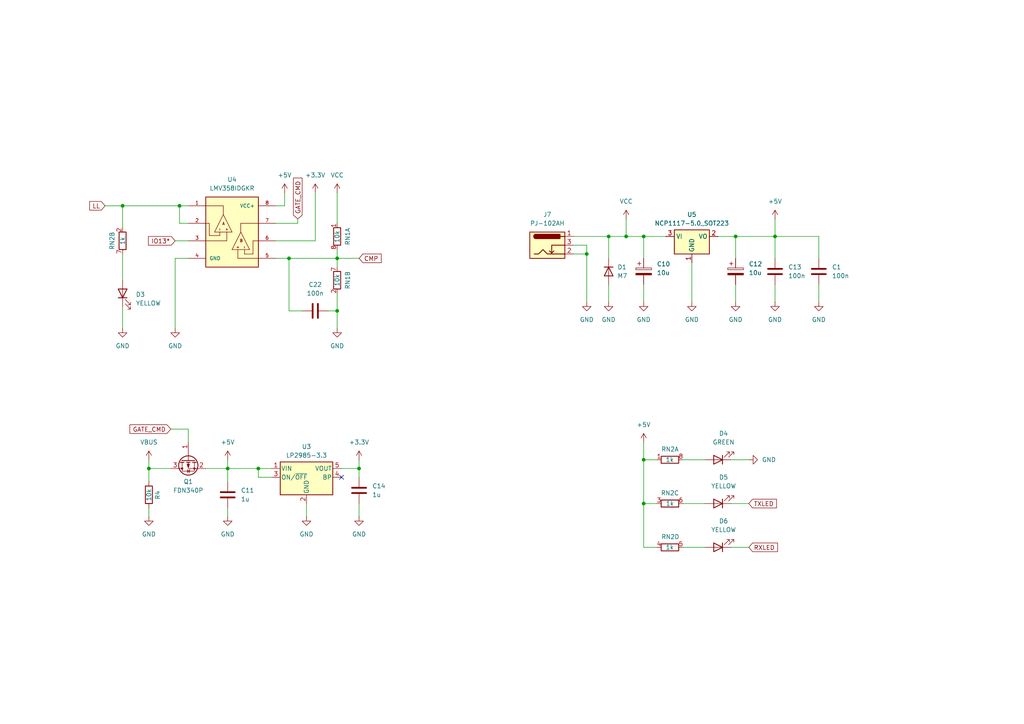
<source format=kicad_sch>
(kicad_sch (version 20231120) (generator "eeschema") (generator_version "8.0")
  (paper "A4")
  (title_block (title "Arduino Leonardo Power") (date "2024-06-07") (rev "1") (company "Carlos Sabogal"))
  (lib_symbols
    (symbol "Arduino Leonardo:LMV358IDGKR" (pin_names (offset 1.016))
      (property "Reference" "U" (at -7.62 10.668 0))
      (property "Value" "LMV358IDGKR" (at -7.62 -12.7 0))
      (symbol "LMV358IDGKR_0_0"
        (rectangle (start -7.62 10.16) (end 7.62 -10.16) (stroke (width 0.254)) (fill (type background)))
        (polyline (pts (xy -6.604 -1.016) (xy -6.604 2.54)) (stroke (width 0.1524)))
        (polyline (pts (xy -6.604 2.54) (xy -7.62 2.54)) (stroke (width 0.1524)))
        (polyline (pts (xy -5.08 0) (xy -2.54 5.08)) (stroke (width 0.1524)))
        (polyline (pts (xy -3.556 -1.016) (xy -6.604 -1.016)) (stroke (width 0.1524)))
        (polyline (pts (xy -3.556 0) (xy -5.08 0)) (stroke (width 0.1524)))
        (polyline (pts (xy -3.556 0) (xy -3.556 -1.016)) (stroke (width 0.1524)))
        (polyline (pts (xy -3.556 1.016) (xy -3.556 0.508)) (stroke (width 0.1524)))
        (polyline (pts (xy -2.54 5.08) (xy -2.54 7.62)) (stroke (width 0.1524)))
        (polyline (pts (xy -2.54 5.08) (xy 0 0)) (stroke (width 0.1524)))
        (polyline (pts (xy -2.54 7.62) (xy -7.62 7.62)) (stroke (width 0.1524)))
        (polyline (pts (xy -1.778 0.762) (xy -1.27 0.762)) (stroke (width 0.1524)))
        (polyline (pts (xy -1.524 -2.54) (xy -7.62 -2.54)) (stroke (width 0.1524)))
        (polyline (pts (xy -1.524 0) (xy -3.556 0)) (stroke (width 0.1524)))
        (polyline (pts (xy -1.524 0) (xy -1.524 -2.54)) (stroke (width 0.1524)))
        (polyline (pts (xy -1.524 0.508) (xy -1.524 1.016)) (stroke (width 0.1524)))
        (polyline (pts (xy 0 -5.08) (xy 2.54 0)) (stroke (width 0.1524)))
        (polyline (pts (xy 0 0) (xy -1.524 0)) (stroke (width 0.1524)))
        (polyline (pts (xy 1.4224 -4.4196) (xy 1.9304 -4.4196)) (stroke (width 0.1524)))
        (polyline (pts (xy 1.6764 -7.62) (xy 7.62 -7.62)) (stroke (width 0.1524)))
        (polyline (pts (xy 1.6764 -5.1308) (xy 1.6764 -7.62)) (stroke (width 0.1524)))
        (polyline (pts (xy 1.6764 -4.1656) (xy 1.6764 -4.6736)) (stroke (width 0.1524)))
        (polyline (pts (xy 2.5146 -0.1016) (xy 2.5146 2.54)) (stroke (width 0.1524)))
        (polyline (pts (xy 2.5146 2.54) (xy 7.62 2.54)) (stroke (width 0.1524)))
        (polyline (pts (xy 2.54 0) (xy 5.08 -5.08)) (stroke (width 0.1524)))
        (polyline (pts (xy 3.556 -4.191) (xy 3.556 -4.699)) (stroke (width 0.1524)))
        (polyline (pts (xy 3.6068 -6.3754) (xy 6.0706 -6.3754)) (stroke (width 0.1524)))
        (polyline (pts (xy 3.6068 -5.1054) (xy 3.6068 -6.3754)) (stroke (width 0.1524)))
        (polyline (pts (xy 5.08 -5.08) (xy 0 -5.08)) (stroke (width 0.1524)))
        (polyline (pts (xy 6.0706 -6.3754) (xy 6.0706 -2.54)) (stroke (width 0.1524)))
        (polyline (pts (xy 6.0706 -2.54) (xy 7.62 -2.54)) (stroke (width 0.1524)))
        (text "A" (at -2.921 1.9558 0) (effects (font (size 0.8128 0.8128)) (justify left bottom)))
        (text "B" (at 2.159 -2.9718 0) (effects (font (size 0.8128 0.8128)) (justify left bottom)))
        (pin output line (at -12.7 7.62 0) (length 5.08) (name "~") (number "1"))
        (pin input line (at -12.7 2.54 0) (length 5.08) (name "~") (number "2"))
        (pin input line (at -12.7 -2.54 0) (length 5.08) (name "~") (number "3"))
        (pin power_in line (at -12.7 -7.62 0) (length 5.08) (name "GND") (number "4"))
        (pin input line (at 12.7 -7.62 180) (length 5.08) (name "~") (number "5"))
        (pin input line (at 12.7 -2.54 180) (length 5.08) (name "~") (number "6"))
        (pin output line (at 12.7 2.54 180) (length 5.08) (name "~") (number "7"))
        (pin power_in line (at 12.7 7.62 180) (length 5.08) (name "VCC+") (number "8"))
      )
    )
    (symbol "Connector:Barrel_Jack_Switch" (pin_names hide)
      (property "Reference" "J" (at 0 5.334 0))
      (property "Value" "Barrel_Jack_Switch" (at 0 -5.08 0))
      (symbol "Barrel_Jack_Switch_0_1"
        (rectangle (start -5.08 3.81) (end 5.08 -3.81) (stroke (width 0.254)) (fill (type background)))
        (arc (start -3.302 3.175) (mid -3.9343 2.54) (end -3.302 1.905) (stroke (width 0.254)))
        (arc (start -3.302 3.175) (mid -3.9343 2.54) (end -3.302 1.905) (stroke (width 0.254)) (fill (type outline)))
        (polyline (pts (xy 1.27 -2.286) (xy 1.905 -1.651)) (stroke (width 0.254)))
        (polyline (pts (xy 5.08 2.54) (xy 3.81 2.54)) (stroke (width 0.254)))
        (polyline (pts (xy 5.08 0) (xy 1.27 0) (xy 1.27 -2.286) (xy 0.635 -1.651)) (stroke (width 0.254)))
        (polyline (pts (xy -3.81 -2.54) (xy -2.54 -2.54) (xy -1.27 -1.27) (xy 0 -2.54) (xy 2.54 -2.54) (xy 5.08 -2.54)) (stroke (width 0.254)))
        (rectangle (start 3.683 3.175) (end -3.302 1.905) (stroke (width 0.254)) (fill (type outline)))
      )
      (symbol "Barrel_Jack_Switch_1_1"
        (pin passive line (at 7.62 2.54 180) (length 2.54) (name "~") (number "1"))
        (pin passive line (at 7.62 -2.54 180) (length 2.54) (name "~") (number "2"))
        (pin passive line (at 7.62 0 180) (length 2.54) (name "~") (number "3"))
      )
    )
    (symbol "Device:C" (pin_numbers hide) (pin_names (offset 0.254))
      (property "Reference" "C" (at 0.635 2.54 0))
      (property "Value" "C" (at 0.635 -2.54 0))
      (symbol "C_0_1"
        (polyline (pts (xy -2.032 -0.762) (xy 2.032 -0.762)) (stroke (width 0.508)))
        (polyline (pts (xy -2.032 0.762) (xy 2.032 0.762)) (stroke (width 0.508)))
      )
      (symbol "C_1_1"
        (pin passive line (at 0 3.81 270) (length 2.794) (name "~") (number "1"))
        (pin passive line (at 0 -3.81 90) (length 2.794) (name "~") (number "2"))
      )
    )
    (symbol "Device:C_Polarized" (pin_numbers hide) (pin_names (offset 0.254))
      (property "Reference" "C" (at 0.635 2.54 0))
      (property "Value" "C_Polarized" (at 0.635 -2.54 0))
      (symbol "C_Polarized_0_1"
        (rectangle (start -2.286 0.508) (end 2.286 1.016))
        (polyline (pts (xy -1.778 2.286) (xy -0.762 2.286)))
        (polyline (pts (xy -1.27 2.794) (xy -1.27 1.778)))
        (rectangle (start 2.286 -0.508) (end -2.286 -1.016) (fill (type outline)))
      )
      (symbol "C_Polarized_1_1"
        (pin passive line (at 0 3.81 270) (length 2.794) (name "~") (number "1"))
        (pin passive line (at 0 -3.81 90) (length 2.794) (name "~") (number "2"))
      )
    )
    (symbol "Device:D" (pin_numbers hide) (pin_names (offset 1.016) hide)
      (property "Reference" "D" (at 0 2.54 0))
      (property "Value" "D" (at 0 -2.54 0))
      (symbol "D_0_1"
        (polyline (pts (xy -1.27 1.27) (xy -1.27 -1.27)) (stroke (width 0.254)))
        (polyline (pts (xy 1.27 0) (xy -1.27 0)))
        (polyline (pts (xy 1.27 1.27) (xy 1.27 -1.27) (xy -1.27 0) (xy 1.27 1.27)) (stroke (width 0.254)))
      )
      (symbol "D_1_1"
        (pin passive line (at -3.81 0 0) (length 2.54) (name "K") (number "1"))
        (pin passive line (at 3.81 0 180) (length 2.54) (name "A") (number "2"))
      )
    )
    (symbol "Device:LED" (pin_numbers hide) (pin_names (offset 1.016) hide)
      (property "Reference" "D" (at 0 2.54 0))
      (property "Value" "LED" (at 0 -2.54 0))
      (symbol "LED_0_1"
        (polyline (pts (xy -1.27 -1.27) (xy -1.27 1.27)) (stroke (width 0.254)))
        (polyline (pts (xy -1.27 0) (xy 1.27 0)))
        (polyline (pts (xy 1.27 -1.27) (xy 1.27 1.27) (xy -1.27 0) (xy 1.27 -1.27)) (stroke (width 0.254)))
        (polyline (pts (xy -3.048 -0.762) (xy -4.572 -2.286) (xy -3.81 -2.286) (xy -4.572 -2.286) (xy -4.572 -1.524)))
        (polyline (pts (xy -1.778 -0.762) (xy -3.302 -2.286) (xy -2.54 -2.286) (xy -3.302 -2.286) (xy -3.302 -1.524)))
      )
      (symbol "LED_1_1"
        (pin passive line (at -3.81 0 0) (length 2.54) (name "K") (number "1"))
        (pin passive line (at 3.81 0 180) (length 2.54) (name "A") (number "2"))
      )
    )
    (symbol "Device:Q_PMOS_GSD" (pin_names (offset 0) hide)
      (property "Reference" "Q" (at 5.08 1.27 0))
      (property "Value" "Q_PMOS_GSD" (at 5.08 -1.27 0))
      (symbol "Q_PMOS_GSD_0_1"
        (polyline (pts (xy 0.254 0) (xy -2.54 0)))
        (polyline (pts (xy 0.254 1.905) (xy 0.254 -1.905)) (stroke (width 0.254)))
        (polyline (pts (xy 0.762 -1.27) (xy 0.762 -2.286)) (stroke (width 0.254)))
        (polyline (pts (xy 0.762 0.508) (xy 0.762 -0.508)) (stroke (width 0.254)))
        (polyline (pts (xy 0.762 2.286) (xy 0.762 1.27)) (stroke (width 0.254)))
        (polyline (pts (xy 2.54 2.54) (xy 2.54 1.778)))
        (polyline (pts (xy 2.54 -2.54) (xy 2.54 0) (xy 0.762 0)))
        (polyline (pts (xy 0.762 1.778) (xy 3.302 1.778) (xy 3.302 -1.778) (xy 0.762 -1.778)))
        (polyline (pts (xy 2.286 0) (xy 1.27 0.381) (xy 1.27 -0.381) (xy 2.286 0)) (fill (type outline)))
        (polyline (pts (xy 2.794 -0.508) (xy 2.921 -0.381) (xy 3.683 -0.381) (xy 3.81 -0.254)))
        (polyline (pts (xy 3.302 -0.381) (xy 2.921 0.254) (xy 3.683 0.254) (xy 3.302 -0.381)))
        (circle (center 1.651 0) (radius 2.794) (stroke (width 0.254)))
        (circle (center 2.54 -1.778) (radius 0.254) (fill (type outline)))
        (circle (center 2.54 1.778) (radius 0.254) (fill (type outline)))
      )
      (symbol "Q_PMOS_GSD_1_1"
        (pin input line (at -5.08 0 0) (length 2.54) (name "G") (number "1"))
        (pin passive line (at 2.54 -5.08 90) (length 2.54) (name "S") (number "2"))
        (pin passive line (at 2.54 5.08 270) (length 2.54) (name "D") (number "3"))
      )
    )
    (symbol "Device:R" (pin_numbers hide) (pin_names (offset 0))
      (property "Reference" "R" (at 2.032 0 90))
      (property "Value" "R" (at 0 0 90))
      (symbol "R_0_1"
        (rectangle (start -1.016 -2.54) (end 1.016 2.54) (stroke (width 0.254)))
      )
      (symbol "R_1_1"
        (pin passive line (at 0 3.81 270) (length 1.27) (name "~") (number "1"))
        (pin passive line (at 0 -3.81 90) (length 1.27) (name "~") (number "2"))
      )
    )
    (symbol "Device:R_Pack04_Split" (pin_names (offset 0) hide)
      (property "Reference" "RN" (at 2.032 0 90))
      (property "Value" "R_Pack04_Split" (at 0 0 90))
      (symbol "R_Pack04_Split_0_1"
        (rectangle (start 1.016 2.54) (end -1.016 -2.54) (stroke (width 0.254)))
      )
      (symbol "R_Pack04_Split_1_1"
        (pin passive line (at 0 -3.81 90) (length 1.27) (name "R1.1") (number "1"))
        (pin passive line (at 0 3.81 270) (length 1.27) (name "R1.2") (number "8"))
      )
      (symbol "R_Pack04_Split_2_1"
        (pin passive line (at 0 -3.81 90) (length 1.27) (name "R2.1") (number "2"))
        (pin passive line (at 0 3.81 270) (length 1.27) (name "R2.2") (number "7"))
      )
      (symbol "R_Pack04_Split_3_1"
        (pin passive line (at 0 -3.81 90) (length 1.27) (name "R3.1") (number "3"))
        (pin passive line (at 0 3.81 270) (length 1.27) (name "R3.2") (number "6"))
      )
      (symbol "R_Pack04_Split_4_1"
        (pin passive line (at 0 -3.81 90) (length 1.27) (name "R4.1") (number "4"))
        (pin passive line (at 0 3.81 270) (length 1.27) (name "R4.2") (number "5"))
      )
    )
    (symbol "Regulator_Linear:LP2985-3.3" (pin_names (offset 0.254))
      (property "Reference" "U" (at -6.35 5.715 0))
      (property "Value" "LP2985-3.3" (at 0 5.715 0))
      (symbol "LP2985-3.3_0_1"
        (rectangle (start -7.62 -5.08) (end 7.62 4.445) (stroke (width 0.254)) (fill (type background)))
      )
      (symbol "LP2985-3.3_1_1"
        (pin power_in line (at -10.16 2.54 0) (length 2.54) (name "VIN") (number "1"))
        (pin power_in line (at 0 -7.62 90) (length 2.54) (name "GND") (number "2"))
        (pin input line (at -10.16 0 0) (length 2.54) (name "ON/~{OFF}") (number "3"))
        (pin input line (at 10.16 0 180) (length 2.54) (name "BP") (number "4"))
        (pin power_out line (at 10.16 2.54 180) (length 2.54) (name "VOUT") (number "5"))
      )
    )
    (symbol "Regulator_Linear:NCP1117-5.0_SOT223"
      (property "Reference" "U" (at -3.81 3.175 0))
      (property "Value" "NCP1117-5.0_SOT223" (at 0 3.175 0))
      (symbol "NCP1117-5.0_SOT223_0_1"
        (rectangle (start -5.08 -5.08) (end 5.08 1.905) (stroke (width 0.254)) (fill (type background)))
      )
      (symbol "NCP1117-5.0_SOT223_1_1"
        (pin power_in line (at 0 -7.62 90) (length 2.54) (name "GND") (number "1"))
        (pin power_out line (at 7.62 0 180) (length 2.54) (name "VO") (number "2"))
        (pin power_in line (at -7.62 0 0) (length 2.54) (name "VI") (number "3"))
      )
    )
    (symbol "power:+3.3V" (power) (pin_numbers hide) (pin_names (offset 0) hide)
      (property "Value" "+3.3V" (at 0 3.556 0))
      (symbol "+3.3V_0_1"
        (polyline (pts (xy -0.762 1.27) (xy 0 2.54)))
        (polyline (pts (xy 0 0) (xy 0 2.54)))
        (polyline (pts (xy 0 2.54) (xy 0.762 1.27)))
      )
      (symbol "+3.3V_1_1"
        (pin power_in line (at 0 0 90) (length 0) (name "~") (number "1"))
      )
    )
    (symbol "power:+5V" (power) (pin_numbers hide) (pin_names (offset 0) hide)
      (property "Value" "+5V" (at 0 3.556 0))
      (symbol "+5V_0_1"
        (polyline (pts (xy -0.762 1.27) (xy 0 2.54)))
        (polyline (pts (xy 0 0) (xy 0 2.54)))
        (polyline (pts (xy 0 2.54) (xy 0.762 1.27)))
      )
      (symbol "+5V_1_1"
        (pin power_in line (at 0 0 90) (length 0) (name "~") (number "1"))
      )
    )
    (symbol "power:GND" (power) (pin_numbers hide) (pin_names (offset 0) hide)
      (property "Value" "GND" (at 0 -3.81 0))
      (symbol "GND_0_1"
        (polyline (pts (xy 0 0) (xy 0 -1.27) (xy 1.27 -1.27) (xy 0 -2.54) (xy -1.27 -1.27) (xy 0 -1.27)))
      )
      (symbol "GND_1_1"
        (pin power_in line (at 0 0 270) (length 0) (name "~") (number "1"))
      )
    )
    (symbol "power:VBUS" (power) (pin_numbers hide) (pin_names (offset 0) hide)
      (property "Value" "VBUS" (at 0 3.556 0))
      (symbol "VBUS_0_1"
        (polyline (pts (xy -0.762 1.27) (xy 0 2.54)))
        (polyline (pts (xy 0 0) (xy 0 2.54)))
        (polyline (pts (xy 0 2.54) (xy 0.762 1.27)))
      )
      (symbol "VBUS_1_1"
        (pin power_in line (at 0 0 90) (length 0) (name "~") (number "1"))
      )
    )
    (symbol "power:VCC" (power) (pin_numbers hide) (pin_names (offset 0) hide)
      (property "Value" "VCC" (at 0 3.556 0))
      (symbol "VCC_0_1"
        (polyline (pts (xy -0.762 1.27) (xy 0 2.54)))
        (polyline (pts (xy 0 0) (xy 0 2.54)))
        (polyline (pts (xy 0 2.54) (xy 0.762 1.27)))
      )
      (symbol "VCC_1_1"
        (pin power_in line (at 0 0 90) (length 0) (name "~") (number "1"))
      )
    )
  )
  (junction (at 35.56 59.69))
  (junction (at 224.79 68.58))
  (junction (at 170.18 73.66))
  (junction (at 97.79 74.93))
  (junction (at 186.69 68.58))
  (junction (at 83.82 74.93))
  (junction (at 104.14 135.89))
  (junction (at 66.04 135.89))
  (junction (at 97.79 90.17))
  (junction (at 186.69 133.35))
  (junction (at 43.18 135.89))
  (junction (at 213.36 68.58))
  (junction (at 74.93 135.89))
  (junction (at 176.53 68.58))
  (junction (at 186.69 146.05))
  (junction (at 181.61 68.58))
  (junction (at 52.07 59.69))
  (no_connect (at 99.06 138.43))
  (wire (pts (xy 208.28 68.58) (xy 213.36 68.58)))
  (wire (pts (xy 30.48 59.69) (xy 35.56 59.69)))
  (wire (pts (xy 86.36 64.77) (xy 86.36 63.5)))
  (wire (pts (xy 54.61 124.46) (xy 54.61 128.27)))
  (wire (pts (xy 88.9 146.05) (xy 88.9 149.86)))
  (wire (pts (xy 104.14 138.43) (xy 104.14 135.89)))
  (wire (pts (xy 224.79 74.93) (xy 224.79 68.58)))
  (wire (pts (xy 49.53 124.46) (xy 54.61 124.46)))
  (wire (pts (xy 181.61 68.58) (xy 186.69 68.58)))
  (wire (pts (xy 213.36 82.55) (xy 213.36 87.63)))
  (wire (pts (xy 43.18 133.35) (xy 43.18 135.89)))
  (wire (pts (xy 224.79 68.58) (xy 237.49 68.58)))
  (wire (pts (xy 74.93 138.43) (xy 74.93 135.89)))
  (wire (pts (xy 104.14 133.35) (xy 104.14 135.89)))
  (wire (pts (xy 186.69 133.35) (xy 186.69 146.05)))
  (wire (pts (xy 104.14 146.05) (xy 104.14 149.86)))
  (wire (pts (xy 176.53 68.58) (xy 181.61 68.58)))
  (wire (pts (xy 35.56 95.25) (xy 35.56 88.9)))
  (wire (pts (xy 186.69 68.58) (xy 186.69 74.93)))
  (wire (pts (xy 52.07 59.69) (xy 54.61 59.69)))
  (wire (pts (xy 217.17 158.75) (xy 212.09 158.75)))
  (wire (pts (xy 224.79 68.58) (xy 224.79 63.5)))
  (wire (pts (xy 186.69 133.35) (xy 190.5 133.35)))
  (wire (pts (xy 217.17 146.05) (xy 212.09 146.05)))
  (wire (pts (xy 176.53 74.93) (xy 176.53 68.58)))
  (wire (pts (xy 186.69 146.05) (xy 186.69 158.75)))
  (wire (pts (xy 35.56 59.69) (xy 52.07 59.69)))
  (wire (pts (xy 198.12 133.35) (xy 204.47 133.35)))
  (wire (pts (xy 66.04 139.7) (xy 66.04 135.89)))
  (wire (pts (xy 35.56 73.66) (xy 35.56 81.28)))
  (wire (pts (xy 166.37 71.12) (xy 170.18 71.12)))
  (wire (pts (xy 91.44 55.88) (xy 91.44 69.85)))
  (wire (pts (xy 97.79 74.93) (xy 97.79 72.39)))
  (wire (pts (xy 186.69 82.55) (xy 186.69 87.63)))
  (wire (pts (xy 224.79 82.55) (xy 224.79 87.63)))
  (wire (pts (xy 213.36 68.58) (xy 213.36 74.93)))
  (wire (pts (xy 50.8 74.93) (xy 54.61 74.93)))
  (wire (pts (xy 200.66 76.2) (xy 200.66 87.63)))
  (wire (pts (xy 43.18 135.89) (xy 49.53 135.89)))
  (wire (pts (xy 176.53 82.55) (xy 176.53 87.63)))
  (wire (pts (xy 170.18 71.12) (xy 170.18 73.66)))
  (wire (pts (xy 52.07 59.69) (xy 52.07 64.77)))
  (wire (pts (xy 95.25 90.17) (xy 97.79 90.17)))
  (wire (pts (xy 198.12 146.05) (xy 204.47 146.05)))
  (wire (pts (xy 43.18 147.32) (xy 43.18 149.86)))
  (wire (pts (xy 190.5 158.75) (xy 186.69 158.75)))
  (wire (pts (xy 66.04 147.32) (xy 66.04 149.86)))
  (wire (pts (xy 50.8 69.85) (xy 54.61 69.85)))
  (wire (pts (xy 186.69 128.27) (xy 186.69 133.35)))
  (wire (pts (xy 91.44 69.85) (xy 80.01 69.85)))
  (wire (pts (xy 190.5 146.05) (xy 186.69 146.05)))
  (wire (pts (xy 83.82 74.93) (xy 97.79 74.93)))
  (wire (pts (xy 82.55 55.88) (xy 82.55 59.69)))
  (wire (pts (xy 104.14 135.89) (xy 99.06 135.89)))
  (wire (pts (xy 35.56 66.04) (xy 35.56 59.69)))
  (wire (pts (xy 181.61 63.5) (xy 181.61 68.58)))
  (wire (pts (xy 237.49 82.55) (xy 237.49 87.63)))
  (wire (pts (xy 104.14 74.93) (xy 97.79 74.93)))
  (wire (pts (xy 43.18 135.89) (xy 43.18 139.7)))
  (wire (pts (xy 166.37 73.66) (xy 170.18 73.66)))
  (wire (pts (xy 74.93 135.89) (xy 78.74 135.89)))
  (wire (pts (xy 78.74 138.43) (xy 74.93 138.43)))
  (wire (pts (xy 83.82 90.17) (xy 83.82 74.93)))
  (wire (pts (xy 198.12 158.75) (xy 204.47 158.75)))
  (wire (pts (xy 166.37 68.58) (xy 176.53 68.58)))
  (wire (pts (xy 66.04 133.35) (xy 66.04 135.89)))
  (wire (pts (xy 170.18 73.66) (xy 170.18 87.63)))
  (wire (pts (xy 97.79 55.88) (xy 97.79 64.77)))
  (wire (pts (xy 97.79 90.17) (xy 97.79 85.09)))
  (wire (pts (xy 59.69 135.89) (xy 66.04 135.89)))
  (wire (pts (xy 52.07 64.77) (xy 54.61 64.77)))
  (wire (pts (xy 82.55 59.69) (xy 80.01 59.69)))
  (wire (pts (xy 97.79 95.25) (xy 97.79 90.17)))
  (wire (pts (xy 66.04 135.89) (xy 74.93 135.89)))
  (wire (pts (xy 237.49 74.93) (xy 237.49 68.58)))
  (wire (pts (xy 87.63 90.17) (xy 83.82 90.17)))
  (wire (pts (xy 50.8 95.25) (xy 50.8 74.93)))
  (wire (pts (xy 186.69 68.58) (xy 193.04 68.58)))
  (wire (pts (xy 80.01 64.77) (xy 86.36 64.77)))
  (wire (pts (xy 213.36 68.58) (xy 224.79 68.58)))
  (wire (pts (xy 217.17 133.35) (xy 212.09 133.35)))
  (wire (pts (xy 80.01 74.93) (xy 83.82 74.93)))
  (wire (pts (xy 97.79 77.47) (xy 97.79 74.93)))
  (global_label "TXLED" (shape input) (at 217.17 146.05 0) (property "Intersheetrefs" "${INTERSHEET_REFS}" (effects (hide yes))))
  (global_label "RXLED" (shape input) (at 217.17 158.75 0) (property "Intersheetrefs" "${INTERSHEET_REFS}" (effects (hide yes))))
  (global_label "GATE_CMD" (shape input) (at 49.53 124.46 180) (property "Intersheetrefs" "${INTERSHEET_REFS}" (effects (hide yes))))
  (global_label "IO13*" (shape input) (at 50.8 69.85 180) (property "Intersheetrefs" "${INTERSHEET_REFS}" (effects (hide yes))))
  (global_label "GATE_CMD" (shape input) (at 86.36 63.5 90) (property "Intersheetrefs" "${INTERSHEET_REFS}" (effects (hide yes))))
  (global_label "LL" (shape input) (at 30.48 59.69 180) (property "Intersheetrefs" "${INTERSHEET_REFS}" (effects (hide yes))))
  (global_label "CMP" (shape input) (at 104.14 74.93 0) (property "Intersheetrefs" "${INTERSHEET_REFS}" (effects (hide yes))))
  (symbol (lib_id "Device:LED") (at 208.28 146.05 180) (unit 1)
    (property "Reference" "D5" (at 209.8675 138.43 0))
    (property "Value" "YELLOW" (at 209.8675 140.97 0))
    (property "Footprint" "LED_SMD:LED_0805_2012Metric" (effects (hide yes)))
    (property "Description" "Light emitting diode" (effects (hide yes)))
  )
  (symbol (lib_id "Device:Q_PMOS_GSD") (at 54.61 133.35 90) (mirror x) (unit 1)
    (property "Reference" "Q1" (at 54.61 139.7 90))
    (property "Value" "FDN340P" (at 54.61 142.24 90))
    (property "Footprint" "Package_TO_SOT_SMD:SC-59" (effects (hide yes)))
    (property "Description" "P-MOSFET transistor, gate/source/drain" (effects (hide yes)))
  )
  (symbol (lib_id "power:VCC") (at 97.79 55.88 0) (mirror y) (unit 1)
    (property "Reference" "#PWR016" (effects (hide yes)))
    (property "Value" "VCC" (at 97.79 50.8 0))
    (property "Description" "Power symbol creates a global label with name \"VCC\"" (effects (hide yes)))
  )
  (symbol (lib_id "power:GND") (at 217.17 133.35 90) (unit 1)
    (property "Reference" "#PWR045" (effects (hide yes)))
    (property "Value" "GND" (at 220.98 133.3499 90) (effects (justify right)))
    (property "Description" "Power symbol creates a global label with name \"GND\" , ground" (effects (hide yes)))
  )
  (symbol (lib_id "power:GND") (at 200.66 87.63 0) (unit 1)
    (property "Reference" "#PWR038" (effects (hide yes)))
    (property "Value" "GND" (at 200.66 92.71 0))
    (property "Description" "Power symbol creates a global label with name \"GND\" , ground" (effects (hide yes)))
  )
  (symbol (lib_id "Device:R_Pack04_Split") (at 35.56 69.85 180) (unit 2)
    (property "Reference" "RN2" (at 32.512 69.85 90))
    (property "Value" "1k" (at 35.56 69.85 90))
    (property "Footprint" "Resistor_SMD:R_Array_Convex_4x0612" (effects (hide yes)))
    (property "Description" "4 resistor network, parallel topology, split" (effects (hide yes)))
  )
  (symbol (lib_id "Device:LED") (at 35.56 85.09 90) (unit 1)
    (property "Reference" "D3" (at 39.37 85.4074 90) (effects (justify right)))
    (property "Value" "YELLOW" (at 39.37 87.9474 90) (effects (justify right)))
    (property "Footprint" "LED_SMD:LED_0805_2012Metric" (effects (hide yes)))
    (property "Description" "Light emitting diode" (effects (hide yes)))
  )
  (symbol (lib_id "power:VCC") (at 181.61 63.5 0) (unit 1)
    (property "Reference" "#PWR035" (effects (hide yes)))
    (property "Value" "VCC" (at 181.61 58.42 0))
    (property "Description" "Power symbol creates a global label with name \"VCC\"" (effects (hide yes)))
  )
  (symbol (lib_id "Device:R") (at 43.18 143.51 180) (unit 1)
    (property "Reference" "R4" (at 45.72 142.24 90) (effects (justify left)))
    (property "Value" "10k" (at 43.18 141.732 90) (effects (justify left)))
    (property "Footprint" "Resistor_SMD:R_0603_1608Metric" (effects (hide yes)))
    (property "Description" "Resistor" (effects (hide yes)))
  )
  (symbol (lib_id "power:GND") (at 104.14 149.86 0) (unit 1)
    (property "Reference" "#PWR033" (effects (hide yes)))
    (property "Value" "GND" (at 104.14 154.94 0))
    (property "Description" "Power symbol creates a global label with name \"GND\" , ground" (effects (hide yes)))
  )
  (symbol (lib_id "power:GND") (at 50.8 95.25 0) (unit 1)
    (property "Reference" "#PWR019" (effects (hide yes)))
    (property "Value" "GND" (at 50.8 100.33 0))
    (property "Description" "Power symbol creates a global label with name \"GND\" , ground" (effects (hide yes)))
  )
  (symbol (lib_id "power:+5V") (at 82.55 55.88 0) (unit 1)
    (property "Reference" "#PWR014" (effects (hide yes)))
    (property "Value" "+5V" (at 82.55 50.8 0))
    (property "Description" "Power symbol creates a global label with name \"+5V\"" (effects (hide yes)))
  )
  (symbol (lib_id "power:GND") (at 213.36 87.63 0) (unit 1)
    (property "Reference" "#PWR039" (effects (hide yes)))
    (property "Value" "GND" (at 213.36 92.71 0))
    (property "Description" "Power symbol creates a global label with name \"GND\" , ground" (effects (hide yes)))
  )
  (symbol (lib_id "power:GND") (at 43.18 149.86 0) (unit 1)
    (property "Reference" "#PWR034" (effects (hide yes)))
    (property "Value" "GND" (at 43.18 154.94 0))
    (property "Description" "Power symbol creates a global label with name \"GND\" , ground" (effects (hide yes)))
  )
  (symbol (lib_id "Device:R_Pack04_Split") (at 97.79 81.28 0) (unit 2)
    (property "Reference" "RN1" (at 100.838 81.28 90))
    (property "Value" "10k" (at 97.79 81.28 90))
    (property "Footprint" "Resistor_SMD:R_Array_Convex_4x0612" (effects (hide yes)))
    (property "Description" "4 resistor network, parallel topology, split" (effects (hide yes)))
  )
  (symbol (lib_id "power:GND") (at 224.79 87.63 0) (unit 1)
    (property "Reference" "#PWR040" (effects (hide yes)))
    (property "Value" "GND" (at 224.79 92.71 0))
    (property "Description" "Power symbol creates a global label with name \"GND\" , ground" (effects (hide yes)))
  )
  (symbol (lib_id "Device:R_Pack04_Split") (at 194.31 133.35 270) (unit 1)
    (property "Reference" "RN2" (at 191.77 130.302 90) (effects (justify left)))
    (property "Value" "1k" (at 193.04 133.35 90) (effects (justify left)))
    (property "Footprint" "Resistor_SMD:R_Array_Convex_4x0612" (effects (hide yes)))
    (property "Description" "4 resistor network, parallel topology, split" (effects (hide yes)))
  )
  (symbol (lib_id "Device:C") (at 104.14 142.24 180) (unit 1)
    (property "Reference" "C14" (at 107.95 140.9699 0) (effects (justify right)))
    (property "Value" "1u" (at 107.95 143.5099 0) (effects (justify right)))
    (property "Footprint" "Capacitor_SMD:C_0603_1608Metric" (effects (hide yes)))
    (property "Description" "Unpolarized capacitor" (effects (hide yes)))
  )
  (symbol (lib_id "power:+3.3V") (at 91.44 55.88 0) (unit 1)
    (property "Reference" "#PWR015" (effects (hide yes)))
    (property "Value" "+3.3V" (at 91.44 50.8 0))
    (property "Description" "Power symbol creates a global label with name \"+3.3V\"" (effects (hide yes)))
  )
  (symbol (lib_id "Device:C") (at 91.44 90.17 270) (unit 1)
    (property "Reference" "C22" (at 91.44 82.55 90))
    (property "Value" "100n" (at 91.44 85.09 90))
    (property "Footprint" "Capacitor_SMD:C_0603_1608Metric" (effects (hide yes)))
    (property "Description" "Unpolarized capacitor" (effects (hide yes)))
  )
  (symbol (lib_id "Device:C") (at 66.04 143.51 180) (unit 1)
    (property "Reference" "C11" (at 69.85 142.2399 0) (effects (justify right)))
    (property "Value" "1u" (at 69.85 144.7799 0) (effects (justify right)))
    (property "Footprint" "Capacitor_SMD:C_0603_1608Metric" (effects (hide yes)))
    (property "Description" "Unpolarized capacitor" (effects (hide yes)))
  )
  (symbol (lib_id "power:GND") (at 88.9 149.86 0) (unit 1)
    (property "Reference" "#PWR031" (effects (hide yes)))
    (property "Value" "GND" (at 88.9 154.94 0))
    (property "Description" "Power symbol creates a global label with name \"GND\" , ground" (effects (hide yes)))
  )
  (symbol (lib_id "power:GND") (at 35.56 95.25 0) (unit 1)
    (property "Reference" "#PWR018" (effects (hide yes)))
    (property "Value" "GND" (at 35.56 100.33 0))
    (property "Description" "Power symbol creates a global label with name \"GND\" , ground" (effects (hide yes)))
  )
  (symbol (lib_id "Device:C_Polarized") (at 186.69 78.74 0) (unit 1)
    (property "Reference" "C10" (at 190.5 76.5809 0) (effects (justify left)))
    (property "Value" "10u" (at 190.5 79.1209 0) (effects (justify left)))
    (property "Footprint" "Capacitor_SMD:C_1210_3225Metric_Pad1.33x2.70mm_HandSolder" (effects (hide yes)))
    (property "Description" "Polarized capacitor" (effects (hide yes)))
  )
  (symbol (lib_id "Device:C_Polarized") (at 213.36 78.74 0) (unit 1)
    (property "Reference" "C12" (at 217.17 76.5809 0) (effects (justify left)))
    (property "Value" "10u" (at 217.17 79.1209 0) (effects (justify left)))
    (property "Footprint" "Capacitor_SMD:C_1210_3225Metric_Pad1.33x2.70mm_HandSolder" (effects (hide yes)))
    (property "Description" "Polarized capacitor" (effects (hide yes)))
  )
  (symbol (lib_id "Connector:Barrel_Jack_Switch") (at 158.75 71.12 0) (unit 1)
    (property "Reference" "J7" (at 158.75 62.23 0))
    (property "Value" "PJ-102AH" (at 158.75 64.77 0))
    (property "Footprint" "Connector_BarrelJack:BarrelJack_Kycon_KLDX-0202-xC_Horizontal" (effects (hide yes)))
    (property "Description" "DC Barrel Jack with an internal switch" (effects (hide yes)))
  )
  (symbol (lib_id "Device:D") (at 176.53 78.74 270) (unit 1)
    (property "Reference" "D1" (at 179.07 77.4699 90) (effects (justify left)))
    (property "Value" "M7" (at 179.07 80.0099 90) (effects (justify left)))
    (property "Footprint" "Diode_SMD:D_SMB" (effects (hide yes)))
    (property "Description" "Diode" (effects (hide yes)))
    (property "Sim.Device" "D" (effects (hide yes)))
    (property "Sim.Pins" "1=K 2=A" (effects (hide yes)))
  )
  (symbol (lib_id "Device:LED") (at 208.28 133.35 180) (unit 1)
    (property "Reference" "D4" (at 209.8675 125.73 0))
    (property "Value" "GREEN" (at 209.8675 128.27 0))
    (property "Footprint" "LED_SMD:LED_0805_2012Metric" (effects (hide yes)))
    (property "Description" "Light emitting diode" (effects (hide yes)))
  )
  (symbol (lib_id "Device:R_Pack04_Split") (at 194.31 146.05 270) (unit 3)
    (property "Reference" "RN2" (at 194.31 143.002 90))
    (property "Value" "1k" (at 194.31 146.05 90))
    (property "Footprint" "Resistor_SMD:R_Array_Convex_4x0612" (effects (hide yes)))
    (property "Description" "4 resistor network, parallel topology, split" (effects (hide yes)))
  )
  (symbol (lib_id "power:+5V") (at 224.79 63.5 0) (unit 1)
    (property "Reference" "#PWR041" (effects (hide yes)))
    (property "Value" "+5V" (at 224.79 58.42 0))
    (property "Description" "Power symbol creates a global label with name \"+5V\"" (effects (hide yes)))
  )
  (symbol (lib_id "Device:R_Pack04_Split") (at 97.79 68.58 180) (unit 1)
    (property "Reference" "RN1" (at 100.838 66.04 90) (effects (justify left)))
    (property "Value" "10k" (at 97.79 66.802 90) (effects (justify left)))
    (property "Footprint" "Resistor_SMD:R_Array_Convex_4x0612" (effects (hide yes)))
    (property "Description" "4 resistor network, parallel topology, split" (effects (hide yes)))
  )
  (symbol (lib_id "power:+5V") (at 186.69 128.27 0) (unit 1)
    (property "Reference" "#PWR044" (effects (hide yes)))
    (property "Value" "+5V" (at 186.69 123.19 0))
    (property "Description" "Power symbol creates a global label with name \"+5V\"" (effects (hide yes)))
  )
  (symbol (lib_id "power:GND") (at 186.69 87.63 0) (unit 1)
    (property "Reference" "#PWR037" (effects (hide yes)))
    (property "Value" "GND" (at 186.69 92.71 0))
    (property "Description" "Power symbol creates a global label with name \"GND\" , ground" (effects (hide yes)))
  )
  (symbol (lib_id "power:GND") (at 237.49 87.63 0) (unit 1)
    (property "Reference" "#PWR048" (effects (hide yes)))
    (property "Value" "GND" (at 237.49 92.71 0))
    (property "Description" "Power symbol creates a global label with name \"GND\" , ground" (effects (hide yes)))
  )
  (symbol (lib_id "Device:LED") (at 208.28 158.75 180) (unit 1)
    (property "Reference" "D6" (at 209.8675 151.13 0))
    (property "Value" "YELLOW" (at 209.8675 153.67 0))
    (property "Footprint" "LED_SMD:LED_0805_2012Metric" (effects (hide yes)))
    (property "Description" "Light emitting diode" (effects (hide yes)))
  )
  (symbol (lib_id "power:GND") (at 170.18 87.63 0) (unit 1)
    (property "Reference" "#PWR036" (effects (hide yes)))
    (property "Value" "GND" (at 170.18 92.71 0))
    (property "Description" "Power symbol creates a global label with name \"GND\" , ground" (effects (hide yes)))
  )
  (symbol (lib_id "power:VBUS") (at 43.18 133.35 0) (unit 1)
    (property "Reference" "#PWR028" (effects (hide yes)))
    (property "Value" "VBUS" (at 43.18 128.27 0))
    (property "Description" "Power symbol creates a global label with name \"VBUS\"" (effects (hide yes)))
  )
  (symbol (lib_id "power:GND") (at 176.53 87.63 0) (unit 1)
    (property "Reference" "#PWR042" (effects (hide yes)))
    (property "Value" "GND" (at 176.53 92.71 0))
    (property "Description" "Power symbol creates a global label with name \"GND\" , ground" (effects (hide yes)))
  )
  (symbol (lib_id "Device:R_Pack04_Split") (at 194.31 158.75 270) (unit 4)
    (property "Reference" "RN2" (at 191.77 155.702 90) (effects (justify left)))
    (property "Value" "1k" (at 193.04 158.75 90) (effects (justify left)))
    (property "Footprint" "Resistor_SMD:R_Array_Convex_4x0612" (effects (hide yes)))
    (property "Description" "4 resistor network, parallel topology, split" (effects (hide yes)))
  )
  (symbol (lib_id "power:GND") (at 66.04 149.86 0) (unit 1)
    (property "Reference" "#PWR030" (effects (hide yes)))
    (property "Value" "GND" (at 66.04 154.94 0))
    (property "Description" "Power symbol creates a global label with name \"GND\" , ground" (effects (hide yes)))
  )
  (symbol (lib_id "power:+5V") (at 66.04 133.35 0) (unit 1)
    (property "Reference" "#PWR029" (effects (hide yes)))
    (property "Value" "+5V" (at 66.04 128.27 0))
    (property "Description" "Power symbol creates a global label with name \"+5V\"" (effects (hide yes)))
  )
  (symbol (lib_id "power:GND") (at 97.79 95.25 0) (mirror y) (unit 1)
    (property "Reference" "#PWR017" (effects (hide yes)))
    (property "Value" "GND" (at 97.79 100.33 0))
    (property "Description" "Power symbol creates a global label with name \"GND\" , ground" (effects (hide yes)))
  )
  (symbol (lib_id "Device:C") (at 237.49 78.74 0) (unit 1)
    (property "Reference" "C1" (at 241.3 77.4699 0) (effects (justify left)))
    (property "Value" "100n" (at 241.3 80.0099 0) (effects (justify left)))
    (property "Footprint" "Capacitor_SMD:C_0603_1608Metric" (effects (hide yes)))
    (property "Description" "Unpolarized capacitor" (effects (hide yes)))
  )
  (symbol (lib_id "Arduino Leonardo:LMV358IDGKR") (at 67.31 67.31 0) (unit 1)
    (property "Reference" "U4" (at 67.31 52.07 0))
    (property "Value" "LMV358IDGKR" (at 67.31 54.61 0))
    (property "Footprint" "Package_SO:MSOP-8_3x3mm_P0.65mm" (effects (hide yes)))
    (property "PARTREV" "X" (effects (hide yes)))
    (property "MANUFACTURER" "Texas Instruments" (effects (hide yes)))
    (property "MAXIMUM_PACKAGE_HEIGHT" "1.1mm" (effects (hide yes)))
    (property "STANDARD" "IPC-7351B" (effects (hide yes)))
  )
  (symbol (lib_id "Regulator_Linear:LP2985-3.3") (at 88.9 138.43 0) (unit 1)
    (property "Reference" "U3" (at 88.9 129.54 0))
    (property "Value" "LP2985-3.3" (at 88.9 132.08 0))
    (property "Footprint" "Package_TO_SOT_SMD:SOT-23-5" (effects (hide yes)))
    (property "Datasheet" "http://www.ti.com/lit/ds/symlink/lp2985.pdf" (effects (hide yes)))
    (property "Description" "150mA 16V Low-noise Low-dropout Regulator With Shutdown, 3.3V output voltage, SOT-23-5" (effects (hide yes)))
  )
  (symbol (lib_id "Regulator_Linear:NCP1117-5.0_SOT223") (at 200.66 68.58 0) (unit 1)
    (property "Reference" "U5" (at 200.66 62.23 0))
    (property "Value" "NCP1117-5.0_SOT223" (at 200.66 64.77 0))
    (property "Footprint" "Package_TO_SOT_SMD:SOT-223-3_TabPin2" (effects (hide yes)))
    (property "Datasheet" "http://www.onsemi.com/pub_link/Collateral/NCP1117-D.PDF" (effects (hide yes)))
    (property "Description" "1A Low drop-out regulator, Fixed Output 5V, SOT-223" (effects (hide yes)))
  )
  (symbol (lib_id "power:+3.3V") (at 104.14 133.35 0) (unit 1)
    (property "Reference" "#PWR032" (effects (hide yes)))
    (property "Value" "+3.3V" (at 104.14 128.27 0))
    (property "Description" "Power symbol creates a global label with name \"+3.3V\"" (effects (hide yes)))
  )
  (symbol (lib_id "Device:C") (at 224.79 78.74 0) (unit 1)
    (property "Reference" "C13" (at 228.6 77.4699 0) (effects (justify left)))
    (property "Value" "100n" (at 228.6 80.0099 0) (effects (justify left)))
    (property "Footprint" "Capacitor_SMD:C_0603_1608Metric" (effects (hide yes)))
    (property "Description" "Unpolarized capacitor" (effects (hide yes)))
  )
)
</source>
